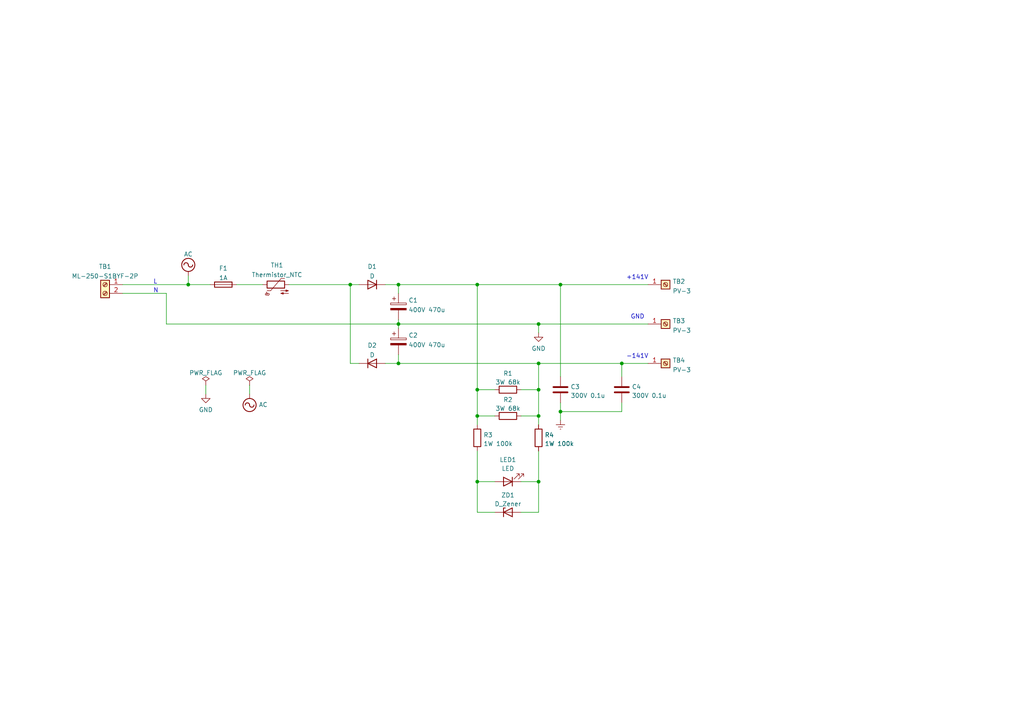
<source format=kicad_sch>
(kicad_sch (version 20211123) (generator eeschema)

  (uuid e300709f-6c72-488d-a598-efcbd6d3af54)

  (paper "A4")

  (title_block
    (title "High Voltage Power Supply Unit")
    (date "2022-12-04")
    (rev "V1.00")
  )

  (lib_symbols
    (symbol "Connector:Screw_Terminal_01x01" (pin_names (offset 1.016) hide) (in_bom yes) (on_board yes)
      (property "Reference" "J" (id 0) (at 0 2.54 0)
        (effects (font (size 1.27 1.27)))
      )
      (property "Value" "Screw_Terminal_01x01" (id 1) (at 0 -2.54 0)
        (effects (font (size 1.27 1.27)))
      )
      (property "Footprint" "" (id 2) (at 0 0 0)
        (effects (font (size 1.27 1.27)) hide)
      )
      (property "Datasheet" "~" (id 3) (at 0 0 0)
        (effects (font (size 1.27 1.27)) hide)
      )
      (property "ki_keywords" "screw terminal" (id 4) (at 0 0 0)
        (effects (font (size 1.27 1.27)) hide)
      )
      (property "ki_description" "Generic screw terminal, single row, 01x01, script generated (kicad-library-utils/schlib/autogen/connector/)" (id 5) (at 0 0 0)
        (effects (font (size 1.27 1.27)) hide)
      )
      (property "ki_fp_filters" "TerminalBlock*:*" (id 6) (at 0 0 0)
        (effects (font (size 1.27 1.27)) hide)
      )
      (symbol "Screw_Terminal_01x01_1_1"
        (rectangle (start -1.27 1.27) (end 1.27 -1.27)
          (stroke (width 0.254) (type default) (color 0 0 0 0))
          (fill (type background))
        )
        (polyline
          (pts
            (xy -0.5334 0.3302)
            (xy 0.3302 -0.508)
          )
          (stroke (width 0.1524) (type default) (color 0 0 0 0))
          (fill (type none))
        )
        (polyline
          (pts
            (xy -0.3556 0.508)
            (xy 0.508 -0.3302)
          )
          (stroke (width 0.1524) (type default) (color 0 0 0 0))
          (fill (type none))
        )
        (circle (center 0 0) (radius 0.635)
          (stroke (width 0.1524) (type default) (color 0 0 0 0))
          (fill (type none))
        )
        (pin passive line (at -5.08 0 0) (length 3.81)
          (name "Pin_1" (effects (font (size 1.27 1.27))))
          (number "1" (effects (font (size 1.27 1.27))))
        )
      )
    )
    (symbol "Connector:Screw_Terminal_01x02" (pin_names (offset 1.016) hide) (in_bom yes) (on_board yes)
      (property "Reference" "J" (id 0) (at 0 2.54 0)
        (effects (font (size 1.27 1.27)))
      )
      (property "Value" "Screw_Terminal_01x02" (id 1) (at 0 -5.08 0)
        (effects (font (size 1.27 1.27)))
      )
      (property "Footprint" "" (id 2) (at 0 0 0)
        (effects (font (size 1.27 1.27)) hide)
      )
      (property "Datasheet" "~" (id 3) (at 0 0 0)
        (effects (font (size 1.27 1.27)) hide)
      )
      (property "ki_keywords" "screw terminal" (id 4) (at 0 0 0)
        (effects (font (size 1.27 1.27)) hide)
      )
      (property "ki_description" "Generic screw terminal, single row, 01x02, script generated (kicad-library-utils/schlib/autogen/connector/)" (id 5) (at 0 0 0)
        (effects (font (size 1.27 1.27)) hide)
      )
      (property "ki_fp_filters" "TerminalBlock*:*" (id 6) (at 0 0 0)
        (effects (font (size 1.27 1.27)) hide)
      )
      (symbol "Screw_Terminal_01x02_1_1"
        (rectangle (start -1.27 1.27) (end 1.27 -3.81)
          (stroke (width 0.254) (type default) (color 0 0 0 0))
          (fill (type background))
        )
        (circle (center 0 -2.54) (radius 0.635)
          (stroke (width 0.1524) (type default) (color 0 0 0 0))
          (fill (type none))
        )
        (polyline
          (pts
            (xy -0.5334 -2.2098)
            (xy 0.3302 -3.048)
          )
          (stroke (width 0.1524) (type default) (color 0 0 0 0))
          (fill (type none))
        )
        (polyline
          (pts
            (xy -0.5334 0.3302)
            (xy 0.3302 -0.508)
          )
          (stroke (width 0.1524) (type default) (color 0 0 0 0))
          (fill (type none))
        )
        (polyline
          (pts
            (xy -0.3556 -2.032)
            (xy 0.508 -2.8702)
          )
          (stroke (width 0.1524) (type default) (color 0 0 0 0))
          (fill (type none))
        )
        (polyline
          (pts
            (xy -0.3556 0.508)
            (xy 0.508 -0.3302)
          )
          (stroke (width 0.1524) (type default) (color 0 0 0 0))
          (fill (type none))
        )
        (circle (center 0 0) (radius 0.635)
          (stroke (width 0.1524) (type default) (color 0 0 0 0))
          (fill (type none))
        )
        (pin passive line (at -5.08 0 0) (length 3.81)
          (name "Pin_1" (effects (font (size 1.27 1.27))))
          (number "1" (effects (font (size 1.27 1.27))))
        )
        (pin passive line (at -5.08 -2.54 0) (length 3.81)
          (name "Pin_2" (effects (font (size 1.27 1.27))))
          (number "2" (effects (font (size 1.27 1.27))))
        )
      )
    )
    (symbol "Device:C" (pin_numbers hide) (pin_names (offset 0.254)) (in_bom yes) (on_board yes)
      (property "Reference" "C" (id 0) (at 0.635 2.54 0)
        (effects (font (size 1.27 1.27)) (justify left))
      )
      (property "Value" "C" (id 1) (at 0.635 -2.54 0)
        (effects (font (size 1.27 1.27)) (justify left))
      )
      (property "Footprint" "" (id 2) (at 0.9652 -3.81 0)
        (effects (font (size 1.27 1.27)) hide)
      )
      (property "Datasheet" "~" (id 3) (at 0 0 0)
        (effects (font (size 1.27 1.27)) hide)
      )
      (property "ki_keywords" "cap capacitor" (id 4) (at 0 0 0)
        (effects (font (size 1.27 1.27)) hide)
      )
      (property "ki_description" "Unpolarized capacitor" (id 5) (at 0 0 0)
        (effects (font (size 1.27 1.27)) hide)
      )
      (property "ki_fp_filters" "C_*" (id 6) (at 0 0 0)
        (effects (font (size 1.27 1.27)) hide)
      )
      (symbol "C_0_1"
        (polyline
          (pts
            (xy -2.032 -0.762)
            (xy 2.032 -0.762)
          )
          (stroke (width 0.508) (type default) (color 0 0 0 0))
          (fill (type none))
        )
        (polyline
          (pts
            (xy -2.032 0.762)
            (xy 2.032 0.762)
          )
          (stroke (width 0.508) (type default) (color 0 0 0 0))
          (fill (type none))
        )
      )
      (symbol "C_1_1"
        (pin passive line (at 0 3.81 270) (length 2.794)
          (name "~" (effects (font (size 1.27 1.27))))
          (number "1" (effects (font (size 1.27 1.27))))
        )
        (pin passive line (at 0 -3.81 90) (length 2.794)
          (name "~" (effects (font (size 1.27 1.27))))
          (number "2" (effects (font (size 1.27 1.27))))
        )
      )
    )
    (symbol "Device:C_Polarized" (pin_numbers hide) (pin_names (offset 0.254)) (in_bom yes) (on_board yes)
      (property "Reference" "C" (id 0) (at 0.635 2.54 0)
        (effects (font (size 1.27 1.27)) (justify left))
      )
      (property "Value" "C_Polarized" (id 1) (at 0.635 -2.54 0)
        (effects (font (size 1.27 1.27)) (justify left))
      )
      (property "Footprint" "" (id 2) (at 0.9652 -3.81 0)
        (effects (font (size 1.27 1.27)) hide)
      )
      (property "Datasheet" "~" (id 3) (at 0 0 0)
        (effects (font (size 1.27 1.27)) hide)
      )
      (property "ki_keywords" "cap capacitor" (id 4) (at 0 0 0)
        (effects (font (size 1.27 1.27)) hide)
      )
      (property "ki_description" "Polarized capacitor" (id 5) (at 0 0 0)
        (effects (font (size 1.27 1.27)) hide)
      )
      (property "ki_fp_filters" "CP_*" (id 6) (at 0 0 0)
        (effects (font (size 1.27 1.27)) hide)
      )
      (symbol "C_Polarized_0_1"
        (rectangle (start -2.286 0.508) (end 2.286 1.016)
          (stroke (width 0) (type default) (color 0 0 0 0))
          (fill (type none))
        )
        (polyline
          (pts
            (xy -1.778 2.286)
            (xy -0.762 2.286)
          )
          (stroke (width 0) (type default) (color 0 0 0 0))
          (fill (type none))
        )
        (polyline
          (pts
            (xy -1.27 2.794)
            (xy -1.27 1.778)
          )
          (stroke (width 0) (type default) (color 0 0 0 0))
          (fill (type none))
        )
        (rectangle (start 2.286 -0.508) (end -2.286 -1.016)
          (stroke (width 0) (type default) (color 0 0 0 0))
          (fill (type outline))
        )
      )
      (symbol "C_Polarized_1_1"
        (pin passive line (at 0 3.81 270) (length 2.794)
          (name "~" (effects (font (size 1.27 1.27))))
          (number "1" (effects (font (size 1.27 1.27))))
        )
        (pin passive line (at 0 -3.81 90) (length 2.794)
          (name "~" (effects (font (size 1.27 1.27))))
          (number "2" (effects (font (size 1.27 1.27))))
        )
      )
    )
    (symbol "Device:D" (pin_numbers hide) (pin_names (offset 1.016) hide) (in_bom yes) (on_board yes)
      (property "Reference" "D" (id 0) (at 0 2.54 0)
        (effects (font (size 1.27 1.27)))
      )
      (property "Value" "D" (id 1) (at 0 -2.54 0)
        (effects (font (size 1.27 1.27)))
      )
      (property "Footprint" "" (id 2) (at 0 0 0)
        (effects (font (size 1.27 1.27)) hide)
      )
      (property "Datasheet" "~" (id 3) (at 0 0 0)
        (effects (font (size 1.27 1.27)) hide)
      )
      (property "ki_keywords" "diode" (id 4) (at 0 0 0)
        (effects (font (size 1.27 1.27)) hide)
      )
      (property "ki_description" "Diode" (id 5) (at 0 0 0)
        (effects (font (size 1.27 1.27)) hide)
      )
      (property "ki_fp_filters" "TO-???* *_Diode_* *SingleDiode* D_*" (id 6) (at 0 0 0)
        (effects (font (size 1.27 1.27)) hide)
      )
      (symbol "D_0_1"
        (polyline
          (pts
            (xy -1.27 1.27)
            (xy -1.27 -1.27)
          )
          (stroke (width 0.254) (type default) (color 0 0 0 0))
          (fill (type none))
        )
        (polyline
          (pts
            (xy 1.27 0)
            (xy -1.27 0)
          )
          (stroke (width 0) (type default) (color 0 0 0 0))
          (fill (type none))
        )
        (polyline
          (pts
            (xy 1.27 1.27)
            (xy 1.27 -1.27)
            (xy -1.27 0)
            (xy 1.27 1.27)
          )
          (stroke (width 0.254) (type default) (color 0 0 0 0))
          (fill (type none))
        )
      )
      (symbol "D_1_1"
        (pin passive line (at -3.81 0 0) (length 2.54)
          (name "K" (effects (font (size 1.27 1.27))))
          (number "1" (effects (font (size 1.27 1.27))))
        )
        (pin passive line (at 3.81 0 180) (length 2.54)
          (name "A" (effects (font (size 1.27 1.27))))
          (number "2" (effects (font (size 1.27 1.27))))
        )
      )
    )
    (symbol "Device:D_Zener" (pin_numbers hide) (pin_names (offset 1.016) hide) (in_bom yes) (on_board yes)
      (property "Reference" "D" (id 0) (at 0 2.54 0)
        (effects (font (size 1.27 1.27)))
      )
      (property "Value" "D_Zener" (id 1) (at 0 -2.54 0)
        (effects (font (size 1.27 1.27)))
      )
      (property "Footprint" "" (id 2) (at 0 0 0)
        (effects (font (size 1.27 1.27)) hide)
      )
      (property "Datasheet" "~" (id 3) (at 0 0 0)
        (effects (font (size 1.27 1.27)) hide)
      )
      (property "ki_keywords" "diode" (id 4) (at 0 0 0)
        (effects (font (size 1.27 1.27)) hide)
      )
      (property "ki_description" "Zener diode" (id 5) (at 0 0 0)
        (effects (font (size 1.27 1.27)) hide)
      )
      (property "ki_fp_filters" "TO-???* *_Diode_* *SingleDiode* D_*" (id 6) (at 0 0 0)
        (effects (font (size 1.27 1.27)) hide)
      )
      (symbol "D_Zener_0_1"
        (polyline
          (pts
            (xy 1.27 0)
            (xy -1.27 0)
          )
          (stroke (width 0) (type default) (color 0 0 0 0))
          (fill (type none))
        )
        (polyline
          (pts
            (xy -1.27 -1.27)
            (xy -1.27 1.27)
            (xy -0.762 1.27)
          )
          (stroke (width 0.254) (type default) (color 0 0 0 0))
          (fill (type none))
        )
        (polyline
          (pts
            (xy 1.27 -1.27)
            (xy 1.27 1.27)
            (xy -1.27 0)
            (xy 1.27 -1.27)
          )
          (stroke (width 0.254) (type default) (color 0 0 0 0))
          (fill (type none))
        )
      )
      (symbol "D_Zener_1_1"
        (pin passive line (at -3.81 0 0) (length 2.54)
          (name "K" (effects (font (size 1.27 1.27))))
          (number "1" (effects (font (size 1.27 1.27))))
        )
        (pin passive line (at 3.81 0 180) (length 2.54)
          (name "A" (effects (font (size 1.27 1.27))))
          (number "2" (effects (font (size 1.27 1.27))))
        )
      )
    )
    (symbol "Device:Fuse" (pin_numbers hide) (pin_names (offset 0)) (in_bom yes) (on_board yes)
      (property "Reference" "F" (id 0) (at 2.032 0 90)
        (effects (font (size 1.27 1.27)))
      )
      (property "Value" "Fuse" (id 1) (at -1.905 0 90)
        (effects (font (size 1.27 1.27)))
      )
      (property "Footprint" "" (id 2) (at -1.778 0 90)
        (effects (font (size 1.27 1.27)) hide)
      )
      (property "Datasheet" "~" (id 3) (at 0 0 0)
        (effects (font (size 1.27 1.27)) hide)
      )
      (property "ki_keywords" "fuse" (id 4) (at 0 0 0)
        (effects (font (size 1.27 1.27)) hide)
      )
      (property "ki_description" "Fuse" (id 5) (at 0 0 0)
        (effects (font (size 1.27 1.27)) hide)
      )
      (property "ki_fp_filters" "*Fuse*" (id 6) (at 0 0 0)
        (effects (font (size 1.27 1.27)) hide)
      )
      (symbol "Fuse_0_1"
        (rectangle (start -0.762 -2.54) (end 0.762 2.54)
          (stroke (width 0.254) (type default) (color 0 0 0 0))
          (fill (type none))
        )
        (polyline
          (pts
            (xy 0 2.54)
            (xy 0 -2.54)
          )
          (stroke (width 0) (type default) (color 0 0 0 0))
          (fill (type none))
        )
      )
      (symbol "Fuse_1_1"
        (pin passive line (at 0 3.81 270) (length 1.27)
          (name "~" (effects (font (size 1.27 1.27))))
          (number "1" (effects (font (size 1.27 1.27))))
        )
        (pin passive line (at 0 -3.81 90) (length 1.27)
          (name "~" (effects (font (size 1.27 1.27))))
          (number "2" (effects (font (size 1.27 1.27))))
        )
      )
    )
    (symbol "Device:LED" (pin_numbers hide) (pin_names (offset 1.016) hide) (in_bom yes) (on_board yes)
      (property "Reference" "D" (id 0) (at 0 2.54 0)
        (effects (font (size 1.27 1.27)))
      )
      (property "Value" "LED" (id 1) (at 0 -2.54 0)
        (effects (font (size 1.27 1.27)))
      )
      (property "Footprint" "" (id 2) (at 0 0 0)
        (effects (font (size 1.27 1.27)) hide)
      )
      (property "Datasheet" "~" (id 3) (at 0 0 0)
        (effects (font (size 1.27 1.27)) hide)
      )
      (property "ki_keywords" "LED diode" (id 4) (at 0 0 0)
        (effects (font (size 1.27 1.27)) hide)
      )
      (property "ki_description" "Light emitting diode" (id 5) (at 0 0 0)
        (effects (font (size 1.27 1.27)) hide)
      )
      (property "ki_fp_filters" "LED* LED_SMD:* LED_THT:*" (id 6) (at 0 0 0)
        (effects (font (size 1.27 1.27)) hide)
      )
      (symbol "LED_0_1"
        (polyline
          (pts
            (xy -1.27 -1.27)
            (xy -1.27 1.27)
          )
          (stroke (width 0.254) (type default) (color 0 0 0 0))
          (fill (type none))
        )
        (polyline
          (pts
            (xy -1.27 0)
            (xy 1.27 0)
          )
          (stroke (width 0) (type default) (color 0 0 0 0))
          (fill (type none))
        )
        (polyline
          (pts
            (xy 1.27 -1.27)
            (xy 1.27 1.27)
            (xy -1.27 0)
            (xy 1.27 -1.27)
          )
          (stroke (width 0.254) (type default) (color 0 0 0 0))
          (fill (type none))
        )
        (polyline
          (pts
            (xy -3.048 -0.762)
            (xy -4.572 -2.286)
            (xy -3.81 -2.286)
            (xy -4.572 -2.286)
            (xy -4.572 -1.524)
          )
          (stroke (width 0) (type default) (color 0 0 0 0))
          (fill (type none))
        )
        (polyline
          (pts
            (xy -1.778 -0.762)
            (xy -3.302 -2.286)
            (xy -2.54 -2.286)
            (xy -3.302 -2.286)
            (xy -3.302 -1.524)
          )
          (stroke (width 0) (type default) (color 0 0 0 0))
          (fill (type none))
        )
      )
      (symbol "LED_1_1"
        (pin passive line (at -3.81 0 0) (length 2.54)
          (name "K" (effects (font (size 1.27 1.27))))
          (number "1" (effects (font (size 1.27 1.27))))
        )
        (pin passive line (at 3.81 0 180) (length 2.54)
          (name "A" (effects (font (size 1.27 1.27))))
          (number "2" (effects (font (size 1.27 1.27))))
        )
      )
    )
    (symbol "Device:R" (pin_numbers hide) (pin_names (offset 0)) (in_bom yes) (on_board yes)
      (property "Reference" "R" (id 0) (at 2.032 0 90)
        (effects (font (size 1.27 1.27)))
      )
      (property "Value" "R" (id 1) (at 0 0 90)
        (effects (font (size 1.27 1.27)))
      )
      (property "Footprint" "" (id 2) (at -1.778 0 90)
        (effects (font (size 1.27 1.27)) hide)
      )
      (property "Datasheet" "~" (id 3) (at 0 0 0)
        (effects (font (size 1.27 1.27)) hide)
      )
      (property "ki_keywords" "R res resistor" (id 4) (at 0 0 0)
        (effects (font (size 1.27 1.27)) hide)
      )
      (property "ki_description" "Resistor" (id 5) (at 0 0 0)
        (effects (font (size 1.27 1.27)) hide)
      )
      (property "ki_fp_filters" "R_*" (id 6) (at 0 0 0)
        (effects (font (size 1.27 1.27)) hide)
      )
      (symbol "R_0_1"
        (rectangle (start -1.016 -2.54) (end 1.016 2.54)
          (stroke (width 0.254) (type default) (color 0 0 0 0))
          (fill (type none))
        )
      )
      (symbol "R_1_1"
        (pin passive line (at 0 3.81 270) (length 1.27)
          (name "~" (effects (font (size 1.27 1.27))))
          (number "1" (effects (font (size 1.27 1.27))))
        )
        (pin passive line (at 0 -3.81 90) (length 1.27)
          (name "~" (effects (font (size 1.27 1.27))))
          (number "2" (effects (font (size 1.27 1.27))))
        )
      )
    )
    (symbol "Device:Thermistor_NTC" (pin_numbers hide) (pin_names (offset 0)) (in_bom yes) (on_board yes)
      (property "Reference" "TH" (id 0) (at -4.445 0 90)
        (effects (font (size 1.27 1.27)))
      )
      (property "Value" "Thermistor_NTC" (id 1) (at 3.175 0 90)
        (effects (font (size 1.27 1.27)))
      )
      (property "Footprint" "" (id 2) (at 0 1.27 0)
        (effects (font (size 1.27 1.27)) hide)
      )
      (property "Datasheet" "~" (id 3) (at 0 1.27 0)
        (effects (font (size 1.27 1.27)) hide)
      )
      (property "ki_keywords" "thermistor NTC resistor sensor RTD" (id 4) (at 0 0 0)
        (effects (font (size 1.27 1.27)) hide)
      )
      (property "ki_description" "Temperature dependent resistor, negative temperature coefficient" (id 5) (at 0 0 0)
        (effects (font (size 1.27 1.27)) hide)
      )
      (property "ki_fp_filters" "*NTC* *Thermistor* PIN?ARRAY* bornier* *Terminal?Block* R_*" (id 6) (at 0 0 0)
        (effects (font (size 1.27 1.27)) hide)
      )
      (symbol "Thermistor_NTC_0_1"
        (arc (start -3.048 2.159) (mid -3.0505 2.3165) (end -3.175 2.413)
          (stroke (width 0) (type default) (color 0 0 0 0))
          (fill (type none))
        )
        (arc (start -3.048 2.159) (mid -2.9736 1.9794) (end -2.794 1.905)
          (stroke (width 0) (type default) (color 0 0 0 0))
          (fill (type none))
        )
        (arc (start -3.048 2.794) (mid -2.9736 2.6144) (end -2.794 2.54)
          (stroke (width 0) (type default) (color 0 0 0 0))
          (fill (type none))
        )
        (arc (start -2.794 1.905) (mid -2.6144 1.9794) (end -2.54 2.159)
          (stroke (width 0) (type default) (color 0 0 0 0))
          (fill (type none))
        )
        (arc (start -2.794 2.54) (mid -2.434 2.5608) (end -2.159 2.794)
          (stroke (width 0) (type default) (color 0 0 0 0))
          (fill (type none))
        )
        (arc (start -2.794 3.048) (mid -2.9736 2.9736) (end -3.048 2.794)
          (stroke (width 0) (type default) (color 0 0 0 0))
          (fill (type none))
        )
        (arc (start -2.54 2.794) (mid -2.6144 2.9736) (end -2.794 3.048)
          (stroke (width 0) (type default) (color 0 0 0 0))
          (fill (type none))
        )
        (rectangle (start -1.016 2.54) (end 1.016 -2.54)
          (stroke (width 0.254) (type default) (color 0 0 0 0))
          (fill (type none))
        )
        (polyline
          (pts
            (xy -2.54 2.159)
            (xy -2.54 2.794)
          )
          (stroke (width 0) (type default) (color 0 0 0 0))
          (fill (type none))
        )
        (polyline
          (pts
            (xy -1.778 2.54)
            (xy -1.778 1.524)
            (xy 1.778 -1.524)
            (xy 1.778 -2.54)
          )
          (stroke (width 0) (type default) (color 0 0 0 0))
          (fill (type none))
        )
        (polyline
          (pts
            (xy -2.54 -3.683)
            (xy -2.54 -1.397)
            (xy -2.794 -2.159)
            (xy -2.286 -2.159)
            (xy -2.54 -1.397)
            (xy -2.54 -1.651)
          )
          (stroke (width 0) (type default) (color 0 0 0 0))
          (fill (type outline))
        )
        (polyline
          (pts
            (xy -1.778 -1.397)
            (xy -1.778 -3.683)
            (xy -2.032 -2.921)
            (xy -1.524 -2.921)
            (xy -1.778 -3.683)
            (xy -1.778 -3.429)
          )
          (stroke (width 0) (type default) (color 0 0 0 0))
          (fill (type outline))
        )
      )
      (symbol "Thermistor_NTC_1_1"
        (pin passive line (at 0 3.81 270) (length 1.27)
          (name "~" (effects (font (size 1.27 1.27))))
          (number "1" (effects (font (size 1.27 1.27))))
        )
        (pin passive line (at 0 -3.81 90) (length 1.27)
          (name "~" (effects (font (size 1.27 1.27))))
          (number "2" (effects (font (size 1.27 1.27))))
        )
      )
    )
    (symbol "power:AC" (power) (pin_names (offset 0)) (in_bom yes) (on_board yes)
      (property "Reference" "#PWR" (id 0) (at 0 -2.54 0)
        (effects (font (size 1.27 1.27)) hide)
      )
      (property "Value" "AC" (id 1) (at 0 6.35 0)
        (effects (font (size 1.27 1.27)))
      )
      (property "Footprint" "" (id 2) (at 0 0 0)
        (effects (font (size 1.27 1.27)) hide)
      )
      (property "Datasheet" "" (id 3) (at 0 0 0)
        (effects (font (size 1.27 1.27)) hide)
      )
      (property "ki_keywords" "power-flag" (id 4) (at 0 0 0)
        (effects (font (size 1.27 1.27)) hide)
      )
      (property "ki_description" "Power symbol creates a global label with name \"AC\"" (id 5) (at 0 0 0)
        (effects (font (size 1.27 1.27)) hide)
      )
      (symbol "AC_0_1"
        (polyline
          (pts
            (xy 0 0)
            (xy 0 1.27)
          )
          (stroke (width 0) (type default) (color 0 0 0 0))
          (fill (type none))
        )
        (arc (start 0 3.175) (mid -0.635 3.81) (end -1.27 3.175)
          (stroke (width 0.254) (type default) (color 0 0 0 0))
          (fill (type none))
        )
        (arc (start 0 3.175) (mid 0.635 2.54) (end 1.27 3.175)
          (stroke (width 0.254) (type default) (color 0 0 0 0))
          (fill (type none))
        )
        (circle (center 0 3.175) (radius 1.905)
          (stroke (width 0.254) (type default) (color 0 0 0 0))
          (fill (type none))
        )
      )
      (symbol "AC_1_1"
        (pin power_in line (at 0 0 90) (length 0) hide
          (name "AC" (effects (font (size 1.27 1.27))))
          (number "1" (effects (font (size 1.27 1.27))))
        )
      )
    )
    (symbol "power:Earth" (power) (pin_names (offset 0)) (in_bom yes) (on_board yes)
      (property "Reference" "#PWR" (id 0) (at 0 -6.35 0)
        (effects (font (size 1.27 1.27)) hide)
      )
      (property "Value" "Earth" (id 1) (at 0 -3.81 0)
        (effects (font (size 1.27 1.27)) hide)
      )
      (property "Footprint" "" (id 2) (at 0 0 0)
        (effects (font (size 1.27 1.27)) hide)
      )
      (property "Datasheet" "~" (id 3) (at 0 0 0)
        (effects (font (size 1.27 1.27)) hide)
      )
      (property "ki_keywords" "power-flag ground gnd" (id 4) (at 0 0 0)
        (effects (font (size 1.27 1.27)) hide)
      )
      (property "ki_description" "Power symbol creates a global label with name \"Earth\"" (id 5) (at 0 0 0)
        (effects (font (size 1.27 1.27)) hide)
      )
      (symbol "Earth_0_1"
        (polyline
          (pts
            (xy -0.635 -1.905)
            (xy 0.635 -1.905)
          )
          (stroke (width 0) (type default) (color 0 0 0 0))
          (fill (type none))
        )
        (polyline
          (pts
            (xy -0.127 -2.54)
            (xy 0.127 -2.54)
          )
          (stroke (width 0) (type default) (color 0 0 0 0))
          (fill (type none))
        )
        (polyline
          (pts
            (xy 0 -1.27)
            (xy 0 0)
          )
          (stroke (width 0) (type default) (color 0 0 0 0))
          (fill (type none))
        )
        (polyline
          (pts
            (xy 1.27 -1.27)
            (xy -1.27 -1.27)
          )
          (stroke (width 0) (type default) (color 0 0 0 0))
          (fill (type none))
        )
      )
      (symbol "Earth_1_1"
        (pin power_in line (at 0 0 270) (length 0) hide
          (name "Earth" (effects (font (size 1.27 1.27))))
          (number "1" (effects (font (size 1.27 1.27))))
        )
      )
    )
    (symbol "power:GND" (power) (pin_names (offset 0)) (in_bom yes) (on_board yes)
      (property "Reference" "#PWR" (id 0) (at 0 -6.35 0)
        (effects (font (size 1.27 1.27)) hide)
      )
      (property "Value" "GND" (id 1) (at 0 -3.81 0)
        (effects (font (size 1.27 1.27)))
      )
      (property "Footprint" "" (id 2) (at 0 0 0)
        (effects (font (size 1.27 1.27)) hide)
      )
      (property "Datasheet" "" (id 3) (at 0 0 0)
        (effects (font (size 1.27 1.27)) hide)
      )
      (property "ki_keywords" "power-flag" (id 4) (at 0 0 0)
        (effects (font (size 1.27 1.27)) hide)
      )
      (property "ki_description" "Power symbol creates a global label with name \"GND\" , ground" (id 5) (at 0 0 0)
        (effects (font (size 1.27 1.27)) hide)
      )
      (symbol "GND_0_1"
        (polyline
          (pts
            (xy 0 0)
            (xy 0 -1.27)
            (xy 1.27 -1.27)
            (xy 0 -2.54)
            (xy -1.27 -1.27)
            (xy 0 -1.27)
          )
          (stroke (width 0) (type default) (color 0 0 0 0))
          (fill (type none))
        )
      )
      (symbol "GND_1_1"
        (pin power_in line (at 0 0 270) (length 0) hide
          (name "GND" (effects (font (size 1.27 1.27))))
          (number "1" (effects (font (size 1.27 1.27))))
        )
      )
    )
    (symbol "power:PWR_FLAG" (power) (pin_numbers hide) (pin_names (offset 0) hide) (in_bom yes) (on_board yes)
      (property "Reference" "#FLG" (id 0) (at 0 1.905 0)
        (effects (font (size 1.27 1.27)) hide)
      )
      (property "Value" "PWR_FLAG" (id 1) (at 0 3.81 0)
        (effects (font (size 1.27 1.27)))
      )
      (property "Footprint" "" (id 2) (at 0 0 0)
        (effects (font (size 1.27 1.27)) hide)
      )
      (property "Datasheet" "~" (id 3) (at 0 0 0)
        (effects (font (size 1.27 1.27)) hide)
      )
      (property "ki_keywords" "power-flag" (id 4) (at 0 0 0)
        (effects (font (size 1.27 1.27)) hide)
      )
      (property "ki_description" "Special symbol for telling ERC where power comes from" (id 5) (at 0 0 0)
        (effects (font (size 1.27 1.27)) hide)
      )
      (symbol "PWR_FLAG_0_0"
        (pin power_out line (at 0 0 90) (length 0)
          (name "pwr" (effects (font (size 1.27 1.27))))
          (number "1" (effects (font (size 1.27 1.27))))
        )
      )
      (symbol "PWR_FLAG_0_1"
        (polyline
          (pts
            (xy 0 0)
            (xy 0 1.27)
            (xy -1.016 1.905)
            (xy 0 2.54)
            (xy 1.016 1.905)
            (xy 0 1.27)
          )
          (stroke (width 0) (type default) (color 0 0 0 0))
          (fill (type none))
        )
      )
    )
  )

  (junction (at 115.57 105.41) (diameter 0) (color 0 0 0 0)
    (uuid 117d3393-0b52-4a01-8c3c-1acdc2118b42)
  )
  (junction (at 138.43 120.65) (diameter 0) (color 0 0 0 0)
    (uuid 16a4c86b-0530-4b7c-96cd-fa439cd67984)
  )
  (junction (at 162.56 119.38) (diameter 0) (color 0 0 0 0)
    (uuid 2c331fed-1ab5-4074-9400-2baceba6670b)
  )
  (junction (at 180.34 105.41) (diameter 0) (color 0 0 0 0)
    (uuid 4ace30e5-7120-4fe3-b5d7-9a209bfdfabd)
  )
  (junction (at 156.21 93.98) (diameter 0) (color 0 0 0 0)
    (uuid 60597188-2f6d-4e8a-a7b9-d7227efa9c73)
  )
  (junction (at 162.56 82.55) (diameter 0) (color 0 0 0 0)
    (uuid 8fa382cd-74b2-4f84-b4de-a8e993a9a1d7)
  )
  (junction (at 54.61 82.55) (diameter 0) (color 0 0 0 0)
    (uuid a764b788-dc47-4b08-872c-20f033c2e7e6)
  )
  (junction (at 115.57 93.98) (diameter 0) (color 0 0 0 0)
    (uuid b889da17-1b1a-4419-89b7-bfd13f5c6dc5)
  )
  (junction (at 156.21 113.03) (diameter 0) (color 0 0 0 0)
    (uuid cb1c3ede-f73b-4fe2-9dd3-1526720b3a85)
  )
  (junction (at 138.43 82.55) (diameter 0) (color 0 0 0 0)
    (uuid cea706ef-4929-40fa-998e-63be660a4da9)
  )
  (junction (at 156.21 105.41) (diameter 0) (color 0 0 0 0)
    (uuid d498a891-8dbe-4cfb-bf57-6727b57036a9)
  )
  (junction (at 156.21 139.7) (diameter 0) (color 0 0 0 0)
    (uuid ddaa9066-9d53-4fa8-9f72-4996f733bbda)
  )
  (junction (at 156.21 120.65) (diameter 0) (color 0 0 0 0)
    (uuid e27ce25b-719f-44c4-b819-7ca74436ae56)
  )
  (junction (at 115.57 82.55) (diameter 0) (color 0 0 0 0)
    (uuid e33f0f71-bdb9-4e6a-b21f-5364c78ba2af)
  )
  (junction (at 138.43 113.03) (diameter 0) (color 0 0 0 0)
    (uuid f6e05bb5-952f-4df8-a5fd-d4f7e6daff8c)
  )
  (junction (at 138.43 139.7) (diameter 0) (color 0 0 0 0)
    (uuid f9fd83a9-3161-47a5-98a9-05439a5e4ec9)
  )
  (junction (at 101.6 82.55) (diameter 0) (color 0 0 0 0)
    (uuid ffd84cc7-61df-47f4-95f9-dd1c7387bd97)
  )

  (wire (pts (xy 138.43 130.81) (xy 138.43 139.7))
    (stroke (width 0) (type default) (color 0 0 0 0))
    (uuid 084d1ec2-e066-4a96-ae92-b2ef7eccf723)
  )
  (wire (pts (xy 115.57 82.55) (xy 115.57 85.09))
    (stroke (width 0) (type default) (color 0 0 0 0))
    (uuid 0aa71223-da49-4e1b-82bf-9667f591e808)
  )
  (wire (pts (xy 138.43 82.55) (xy 138.43 113.03))
    (stroke (width 0) (type default) (color 0 0 0 0))
    (uuid 1170986b-ced2-477b-abba-da056546bdc4)
  )
  (wire (pts (xy 48.26 93.98) (xy 115.57 93.98))
    (stroke (width 0) (type default) (color 0 0 0 0))
    (uuid 126eacbe-14a7-4cb6-9019-263f935275e4)
  )
  (wire (pts (xy 101.6 82.55) (xy 101.6 105.41))
    (stroke (width 0) (type default) (color 0 0 0 0))
    (uuid 13fcb649-13df-4043-8183-2561cabf2a63)
  )
  (wire (pts (xy 101.6 82.55) (xy 104.14 82.55))
    (stroke (width 0) (type default) (color 0 0 0 0))
    (uuid 17fcbfe4-f3a6-4e4e-82fe-262869292ee0)
  )
  (wire (pts (xy 115.57 93.98) (xy 115.57 95.25))
    (stroke (width 0) (type default) (color 0 0 0 0))
    (uuid 1bda0077-48a5-4723-a285-dcc8877443ed)
  )
  (wire (pts (xy 180.34 119.38) (xy 162.56 119.38))
    (stroke (width 0) (type default) (color 0 0 0 0))
    (uuid 2ae5c8c9-98b3-40ee-bfed-5e7c45433090)
  )
  (wire (pts (xy 104.14 105.41) (xy 101.6 105.41))
    (stroke (width 0) (type default) (color 0 0 0 0))
    (uuid 2f6e6fe6-ab74-4562-bb4a-f82faddc4443)
  )
  (wire (pts (xy 115.57 82.55) (xy 138.43 82.55))
    (stroke (width 0) (type default) (color 0 0 0 0))
    (uuid 343a04c9-1c15-437e-8e7d-bd94391dd101)
  )
  (wire (pts (xy 151.13 120.65) (xy 156.21 120.65))
    (stroke (width 0) (type default) (color 0 0 0 0))
    (uuid 38260d8a-c600-4895-b424-6007878410d9)
  )
  (wire (pts (xy 156.21 148.59) (xy 156.21 139.7))
    (stroke (width 0) (type default) (color 0 0 0 0))
    (uuid 3913b615-1b9c-4e71-a3ad-4ef811e17614)
  )
  (wire (pts (xy 54.61 82.55) (xy 60.96 82.55))
    (stroke (width 0) (type default) (color 0 0 0 0))
    (uuid 398e85c6-86e8-4b85-a87c-b14c7ef00e39)
  )
  (wire (pts (xy 35.56 85.09) (xy 48.26 85.09))
    (stroke (width 0) (type default) (color 0 0 0 0))
    (uuid 3adc626d-a687-428f-b55a-f8bc82949c2c)
  )
  (wire (pts (xy 115.57 105.41) (xy 156.21 105.41))
    (stroke (width 0) (type default) (color 0 0 0 0))
    (uuid 3ee7513e-3b45-43f4-9d19-502683720711)
  )
  (wire (pts (xy 138.43 120.65) (xy 138.43 123.19))
    (stroke (width 0) (type default) (color 0 0 0 0))
    (uuid 4679c93e-7997-4e32-ad05-442995d47e45)
  )
  (wire (pts (xy 115.57 102.87) (xy 115.57 105.41))
    (stroke (width 0) (type default) (color 0 0 0 0))
    (uuid 46bc9d01-e453-4543-98e2-5e48cf6e2828)
  )
  (wire (pts (xy 68.58 82.55) (xy 76.2 82.55))
    (stroke (width 0) (type default) (color 0 0 0 0))
    (uuid 495bcaba-89cc-47f4-984d-a4b3f24a8642)
  )
  (wire (pts (xy 143.51 113.03) (xy 138.43 113.03))
    (stroke (width 0) (type default) (color 0 0 0 0))
    (uuid 4adf4279-e4b8-48f3-b520-8bdabd680cea)
  )
  (wire (pts (xy 162.56 116.84) (xy 162.56 119.38))
    (stroke (width 0) (type default) (color 0 0 0 0))
    (uuid 4f67ee13-d82f-4042-9185-08dbb68f5420)
  )
  (wire (pts (xy 162.56 119.38) (xy 162.56 121.92))
    (stroke (width 0) (type default) (color 0 0 0 0))
    (uuid 52814a04-435d-4060-98f5-8ae91f55261d)
  )
  (wire (pts (xy 35.56 82.55) (xy 54.61 82.55))
    (stroke (width 0) (type default) (color 0 0 0 0))
    (uuid 57923d0e-1223-472e-9c19-0b3cca0254d1)
  )
  (wire (pts (xy 138.43 113.03) (xy 138.43 120.65))
    (stroke (width 0) (type default) (color 0 0 0 0))
    (uuid 57b7a268-d35b-4b01-bb50-023d6aef6545)
  )
  (wire (pts (xy 115.57 92.71) (xy 115.57 93.98))
    (stroke (width 0) (type default) (color 0 0 0 0))
    (uuid 59b0a1bf-f219-477c-9a3c-0e6391ffa270)
  )
  (wire (pts (xy 143.51 148.59) (xy 138.43 148.59))
    (stroke (width 0) (type default) (color 0 0 0 0))
    (uuid 5e54fb4c-0728-488f-b955-66f3491de4ae)
  )
  (wire (pts (xy 151.13 148.59) (xy 156.21 148.59))
    (stroke (width 0) (type default) (color 0 0 0 0))
    (uuid 66341be7-a8a4-4b4c-9339-a165a6c27217)
  )
  (wire (pts (xy 156.21 139.7) (xy 156.21 130.81))
    (stroke (width 0) (type default) (color 0 0 0 0))
    (uuid 68574e91-6c89-4970-aa7e-aa864b0e1528)
  )
  (wire (pts (xy 156.21 93.98) (xy 187.96 93.98))
    (stroke (width 0) (type default) (color 0 0 0 0))
    (uuid 69bdb583-daad-4288-a5c3-920e750f3418)
  )
  (wire (pts (xy 156.21 105.41) (xy 180.34 105.41))
    (stroke (width 0) (type default) (color 0 0 0 0))
    (uuid 73e17fde-69f1-47ab-8742-38c2f52296d4)
  )
  (wire (pts (xy 115.57 93.98) (xy 156.21 93.98))
    (stroke (width 0) (type default) (color 0 0 0 0))
    (uuid 768a208b-c2d1-44f4-a5d3-a956af6cef9c)
  )
  (wire (pts (xy 162.56 82.55) (xy 187.96 82.55))
    (stroke (width 0) (type default) (color 0 0 0 0))
    (uuid 770f6ac8-6e70-4109-bf00-224c47ad2a16)
  )
  (wire (pts (xy 83.82 82.55) (xy 101.6 82.55))
    (stroke (width 0) (type default) (color 0 0 0 0))
    (uuid 7add3766-9625-4f15-a200-3e995b22074a)
  )
  (wire (pts (xy 151.13 113.03) (xy 156.21 113.03))
    (stroke (width 0) (type default) (color 0 0 0 0))
    (uuid 7f563938-8ecf-4376-b100-652af2eb32c8)
  )
  (wire (pts (xy 180.34 105.41) (xy 180.34 109.22))
    (stroke (width 0) (type default) (color 0 0 0 0))
    (uuid 91a2b41c-082d-4239-9a46-e1aae6f4e589)
  )
  (wire (pts (xy 156.21 93.98) (xy 156.21 96.52))
    (stroke (width 0) (type default) (color 0 0 0 0))
    (uuid aca325f2-8c20-4dbb-bdde-39ae02d5919b)
  )
  (wire (pts (xy 138.43 148.59) (xy 138.43 139.7))
    (stroke (width 0) (type default) (color 0 0 0 0))
    (uuid ae6578f2-b375-43dd-94ec-bdcd316d37a0)
  )
  (wire (pts (xy 156.21 113.03) (xy 156.21 120.65))
    (stroke (width 0) (type default) (color 0 0 0 0))
    (uuid b03a67b4-5180-47d1-bdbf-6a62468f461a)
  )
  (wire (pts (xy 151.13 139.7) (xy 156.21 139.7))
    (stroke (width 0) (type default) (color 0 0 0 0))
    (uuid b12cb011-893c-4c9b-b090-be46617f3677)
  )
  (wire (pts (xy 180.34 105.41) (xy 187.96 105.41))
    (stroke (width 0) (type default) (color 0 0 0 0))
    (uuid c0221850-e520-44f5-a917-466b89826443)
  )
  (wire (pts (xy 48.26 85.09) (xy 48.26 93.98))
    (stroke (width 0) (type default) (color 0 0 0 0))
    (uuid c04d2e1c-4e0c-4ce6-b9cd-6cb8f166803f)
  )
  (wire (pts (xy 59.69 111.76) (xy 59.69 114.3))
    (stroke (width 0) (type default) (color 0 0 0 0))
    (uuid c5c9da19-ce5b-491a-8897-ce71a24dc411)
  )
  (wire (pts (xy 156.21 120.65) (xy 156.21 123.19))
    (stroke (width 0) (type default) (color 0 0 0 0))
    (uuid c8715fde-5d7a-4941-b792-9c8bd48e3de8)
  )
  (wire (pts (xy 162.56 109.22) (xy 162.56 82.55))
    (stroke (width 0) (type default) (color 0 0 0 0))
    (uuid cca36254-66f9-496c-904e-75e341e8c4a5)
  )
  (wire (pts (xy 54.61 80.01) (xy 54.61 82.55))
    (stroke (width 0) (type default) (color 0 0 0 0))
    (uuid cf4e5ab0-6d9e-4fbe-adc8-f82297bb0e25)
  )
  (wire (pts (xy 72.39 111.76) (xy 72.39 114.3))
    (stroke (width 0) (type default) (color 0 0 0 0))
    (uuid d6097744-d9c1-4d16-b1f3-3ba19b57b893)
  )
  (wire (pts (xy 138.43 139.7) (xy 143.51 139.7))
    (stroke (width 0) (type default) (color 0 0 0 0))
    (uuid d7afcb03-1f13-495f-af2b-1c9f592df65d)
  )
  (wire (pts (xy 115.57 105.41) (xy 111.76 105.41))
    (stroke (width 0) (type default) (color 0 0 0 0))
    (uuid d7cde04a-9e5b-436d-8990-5a5173bc48d0)
  )
  (wire (pts (xy 180.34 116.84) (xy 180.34 119.38))
    (stroke (width 0) (type default) (color 0 0 0 0))
    (uuid ddc292b4-d3ae-4e1a-bc00-e9a93886d05e)
  )
  (wire (pts (xy 138.43 82.55) (xy 162.56 82.55))
    (stroke (width 0) (type default) (color 0 0 0 0))
    (uuid f3481973-58fa-4208-bd76-343934b4757f)
  )
  (wire (pts (xy 111.76 82.55) (xy 115.57 82.55))
    (stroke (width 0) (type default) (color 0 0 0 0))
    (uuid f755b5e1-7161-44e3-8c7a-8e912788a09e)
  )
  (wire (pts (xy 156.21 105.41) (xy 156.21 113.03))
    (stroke (width 0) (type default) (color 0 0 0 0))
    (uuid f7d1ab42-86db-414e-9103-45dde3527e26)
  )
  (wire (pts (xy 138.43 120.65) (xy 143.51 120.65))
    (stroke (width 0) (type default) (color 0 0 0 0))
    (uuid fe306d66-8481-400d-9fbb-0ac3f166fc07)
  )

  (text "GND" (at 182.88 92.71 0)
    (effects (font (size 1.27 1.27)) (justify left bottom))
    (uuid 43acfa52-78a0-4fa8-b1e6-168a84711030)
  )
  (text "+141V" (at 181.61 81.28 0)
    (effects (font (size 1.27 1.27)) (justify left bottom))
    (uuid 592fc504-34a4-4266-a61b-51e837cb1d28)
  )
  (text "-141V" (at 181.61 104.14 0)
    (effects (font (size 1.27 1.27)) (justify left bottom))
    (uuid 906b09dd-a0a2-4466-9077-dd7185b80be6)
  )
  (text "N" (at 44.45 85.09 0)
    (effects (font (size 1.27 1.27)) (justify left bottom))
    (uuid a85d8639-e218-4c9d-8a32-deef132ee260)
  )
  (text "L" (at 44.45 82.55 0)
    (effects (font (size 1.27 1.27)) (justify left bottom))
    (uuid bcd0c859-a664-4da2-9e6b-aad592372343)
  )

  (symbol (lib_id "Device:R") (at 147.32 113.03 90) (unit 1)
    (in_bom yes) (on_board yes) (fields_autoplaced)
    (uuid 150664aa-b804-4b8b-a5c7-0da79b749f30)
    (property "Reference" "R1" (id 0) (at 147.32 108.3142 90))
    (property "Value" "3W 68k" (id 1) (at 147.32 110.8511 90))
    (property "Footprint" "Resistor_THT:R_Axial_DIN0617_L17.0mm_D6.0mm_P20.32mm_Horizontal" (id 2) (at 147.32 114.808 90)
      (effects (font (size 1.27 1.27)) hide)
    )
    (property "Datasheet" "~" (id 3) (at 147.32 113.03 0)
      (effects (font (size 1.27 1.27)) hide)
    )
    (pin "1" (uuid 9b412ab3-aa01-4a58-9722-2ce76b655516))
    (pin "2" (uuid c38c96b4-cddd-43b3-b023-077d55b52e9c))
  )

  (symbol (lib_id "Device:LED") (at 147.32 139.7 180) (unit 1)
    (in_bom yes) (on_board yes)
    (uuid 1e39d9b2-4955-413e-9d41-6cc269ee636e)
    (property "Reference" "LED1" (id 0) (at 147.32 133.35 0))
    (property "Value" "LED" (id 1) (at 147.32 135.89 0))
    (property "Footprint" "LED_THT:LED_D3.0mm_Clear" (id 2) (at 147.32 139.7 0)
      (effects (font (size 1.27 1.27)) hide)
    )
    (property "Datasheet" "~" (id 3) (at 147.32 139.7 0)
      (effects (font (size 1.27 1.27)) hide)
    )
    (pin "1" (uuid ead386fd-92c9-441e-b9b4-0b31d699aee7))
    (pin "2" (uuid a2765ca9-bf37-461b-a126-cb59e431c40c))
  )

  (symbol (lib_id "power:PWR_FLAG") (at 59.69 111.76 0) (unit 1)
    (in_bom yes) (on_board yes) (fields_autoplaced)
    (uuid 26990a12-1707-4549-8b23-a8e2d1696fab)
    (property "Reference" "#FLG0101" (id 0) (at 59.69 109.855 0)
      (effects (font (size 1.27 1.27)) hide)
    )
    (property "Value" "PWR_FLAG" (id 1) (at 59.69 108.1555 0))
    (property "Footprint" "" (id 2) (at 59.69 111.76 0)
      (effects (font (size 1.27 1.27)) hide)
    )
    (property "Datasheet" "~" (id 3) (at 59.69 111.76 0)
      (effects (font (size 1.27 1.27)) hide)
    )
    (pin "1" (uuid 229b1714-9e03-4981-85d7-63439ca6e048))
  )

  (symbol (lib_id "Device:C") (at 180.34 113.03 0) (unit 1)
    (in_bom yes) (on_board yes) (fields_autoplaced)
    (uuid 2c94c03b-3d46-4a52-bb6f-3b5b220ea9f3)
    (property "Reference" "C4" (id 0) (at 183.261 112.1953 0)
      (effects (font (size 1.27 1.27)) (justify left))
    )
    (property "Value" "300V 0.1u" (id 1) (at 183.261 114.7322 0)
      (effects (font (size 1.27 1.27)) (justify left))
    )
    (property "Footprint" "Capacitor_THT:C_Disc_D7.5mm_W4.4mm_P5.00mm" (id 2) (at 181.3052 116.84 0)
      (effects (font (size 1.27 1.27)) hide)
    )
    (property "Datasheet" "~" (id 3) (at 180.34 113.03 0)
      (effects (font (size 1.27 1.27)) hide)
    )
    (pin "1" (uuid 2cc50cec-ca40-42c6-96b0-fe87e9ed1ead))
    (pin "2" (uuid 0bb80c4c-d370-4c1d-b2dd-35ec71a0b63b))
  )

  (symbol (lib_id "power:Earth") (at 162.56 121.92 0) (unit 1)
    (in_bom yes) (on_board yes) (fields_autoplaced)
    (uuid 4533d832-41f8-46b2-a680-9947b3492dfd)
    (property "Reference" "#PWR01" (id 0) (at 162.56 128.27 0)
      (effects (font (size 1.27 1.27)) hide)
    )
    (property "Value" "Earth" (id 1) (at 162.56 125.73 0)
      (effects (font (size 1.27 1.27)) hide)
    )
    (property "Footprint" "" (id 2) (at 162.56 121.92 0)
      (effects (font (size 1.27 1.27)) hide)
    )
    (property "Datasheet" "~" (id 3) (at 162.56 121.92 0)
      (effects (font (size 1.27 1.27)) hide)
    )
    (pin "1" (uuid dfef588d-684e-4b5b-be82-a79f3161f223))
  )

  (symbol (lib_id "Device:Fuse") (at 64.77 82.55 90) (unit 1)
    (in_bom yes) (on_board yes) (fields_autoplaced)
    (uuid 5c5eaa92-cce1-4c12-a008-9dfd9b3268d6)
    (property "Reference" "F1" (id 0) (at 64.77 77.8215 90))
    (property "Value" "1A" (id 1) (at 64.77 80.5966 90))
    (property "Footprint" "Fuse:F-200-N" (id 2) (at 64.77 84.328 90)
      (effects (font (size 1.27 1.27)) hide)
    )
    (property "Datasheet" "~" (id 3) (at 64.77 82.55 0)
      (effects (font (size 1.27 1.27)) hide)
    )
    (pin "1" (uuid 06238c72-f351-48ec-8a71-67d629a9b0b4))
    (pin "2" (uuid 518bc6cb-8998-45f3-9ca5-d6ef52682784))
  )

  (symbol (lib_id "power:GND") (at 156.21 96.52 0) (unit 1)
    (in_bom yes) (on_board yes) (fields_autoplaced)
    (uuid 5c8d162c-0cd7-41ee-b213-4490463ae58c)
    (property "Reference" "#PWR0101" (id 0) (at 156.21 102.87 0)
      (effects (font (size 1.27 1.27)) hide)
    )
    (property "Value" "GND" (id 1) (at 156.21 101.0825 0))
    (property "Footprint" "" (id 2) (at 156.21 96.52 0)
      (effects (font (size 1.27 1.27)) hide)
    )
    (property "Datasheet" "" (id 3) (at 156.21 96.52 0)
      (effects (font (size 1.27 1.27)) hide)
    )
    (pin "1" (uuid 479cf277-6b34-43dd-a8cb-d0e46d7c9532))
  )

  (symbol (lib_id "Device:Thermistor_NTC") (at 80.01 82.55 90) (unit 1)
    (in_bom yes) (on_board yes) (fields_autoplaced)
    (uuid 63cf8372-04f3-4fa2-93fa-c157c52c5f3d)
    (property "Reference" "TH1" (id 0) (at 80.3275 76.9325 90))
    (property "Value" "Thermistor_NTC" (id 1) (at 80.3275 79.7076 90))
    (property "Footprint" "Capacitor_THT:C_Rect_L10.0mm_W3.0mm_P7.50mm_MKS4" (id 2) (at 78.74 82.55 0)
      (effects (font (size 1.27 1.27)) hide)
    )
    (property "Datasheet" "~" (id 3) (at 78.74 82.55 0)
      (effects (font (size 1.27 1.27)) hide)
    )
    (pin "1" (uuid cb6a62ca-7706-40f0-83e9-4ef4ec892b5e))
    (pin "2" (uuid 693c5c29-ffc2-44ce-923c-b64986862c5d))
  )

  (symbol (lib_id "Device:R") (at 138.43 127 0) (unit 1)
    (in_bom yes) (on_board yes) (fields_autoplaced)
    (uuid 6e23cf77-7465-45b5-b40d-d46710427bff)
    (property "Reference" "R3" (id 0) (at 140.208 126.1653 0)
      (effects (font (size 1.27 1.27)) (justify left))
    )
    (property "Value" "1W 100k" (id 1) (at 140.208 128.7022 0)
      (effects (font (size 1.27 1.27)) (justify left))
    )
    (property "Footprint" "Resistor_THT:R_Axial_DIN0309_L9.0mm_D3.2mm_P5.08mm_Vertical" (id 2) (at 136.652 127 90)
      (effects (font (size 1.27 1.27)) hide)
    )
    (property "Datasheet" "~" (id 3) (at 138.43 127 0)
      (effects (font (size 1.27 1.27)) hide)
    )
    (pin "1" (uuid d8519b9d-4752-4b9d-915d-07a7b4cce86e))
    (pin "2" (uuid 8824b902-7744-48ff-86ad-26bb52a9596a))
  )

  (symbol (lib_id "Device:D") (at 107.95 105.41 0) (unit 1)
    (in_bom yes) (on_board yes) (fields_autoplaced)
    (uuid 713fc843-a690-471d-a9c2-2e591a290d62)
    (property "Reference" "D2" (id 0) (at 107.95 100.1735 0))
    (property "Value" "D" (id 1) (at 107.95 102.9486 0))
    (property "Footprint" "Package_TO_SOT_THT:TO-220-2_Vertical" (id 2) (at 107.95 105.41 0)
      (effects (font (size 1.27 1.27)) hide)
    )
    (property "Datasheet" "~" (id 3) (at 107.95 105.41 0)
      (effects (font (size 1.27 1.27)) hide)
    )
    (pin "1" (uuid c9532555-341b-4274-a938-c79cb9713d82))
    (pin "2" (uuid 5740ec83-2af5-4472-af4f-a1355b502a2a))
  )

  (symbol (lib_id "Device:D") (at 107.95 82.55 180) (unit 1)
    (in_bom yes) (on_board yes) (fields_autoplaced)
    (uuid 727fe13a-31cb-4cd6-9f2a-3ac7da09e08c)
    (property "Reference" "D1" (id 0) (at 107.95 77.3135 0))
    (property "Value" "D" (id 1) (at 107.95 80.0886 0))
    (property "Footprint" "Package_TO_SOT_THT:TO-220-2_Vertical" (id 2) (at 107.95 82.55 0)
      (effects (font (size 1.27 1.27)) hide)
    )
    (property "Datasheet" "~" (id 3) (at 107.95 82.55 0)
      (effects (font (size 1.27 1.27)) hide)
    )
    (pin "1" (uuid f3872237-4921-402b-a18e-97396e674265))
    (pin "2" (uuid b6e7b49e-a884-4bfe-84e2-d86566bbcd8d))
  )

  (symbol (lib_id "Device:R") (at 147.32 120.65 90) (unit 1)
    (in_bom yes) (on_board yes) (fields_autoplaced)
    (uuid 730f6f15-a079-47f5-a5c3-52ae86fe3a88)
    (property "Reference" "R2" (id 0) (at 147.32 115.9342 90))
    (property "Value" "3W 68k" (id 1) (at 147.32 118.4711 90))
    (property "Footprint" "Resistor_THT:R_Axial_DIN0617_L17.0mm_D6.0mm_P20.32mm_Horizontal" (id 2) (at 147.32 122.428 90)
      (effects (font (size 1.27 1.27)) hide)
    )
    (property "Datasheet" "~" (id 3) (at 147.32 120.65 0)
      (effects (font (size 1.27 1.27)) hide)
    )
    (pin "1" (uuid e85e8356-5171-4cb6-a88d-b9c4a02bd80f))
    (pin "2" (uuid 29a34eb7-a2a4-4739-a229-34058a8044f9))
  )

  (symbol (lib_id "power:AC") (at 72.39 114.3 180) (unit 1)
    (in_bom yes) (on_board yes) (fields_autoplaced)
    (uuid 739e52a1-79d0-41bf-8356-3d08c578ce42)
    (property "Reference" "#PWR0103" (id 0) (at 72.39 111.76 0)
      (effects (font (size 1.27 1.27)) hide)
    )
    (property "Value" "AC" (id 1) (at 75.057 117.3825 0)
      (effects (font (size 1.27 1.27)) (justify right))
    )
    (property "Footprint" "" (id 2) (at 72.39 114.3 0)
      (effects (font (size 1.27 1.27)) hide)
    )
    (property "Datasheet" "" (id 3) (at 72.39 114.3 0)
      (effects (font (size 1.27 1.27)) hide)
    )
    (pin "1" (uuid 3fb0f1fb-c52d-4072-a357-dd995c71747c))
  )

  (symbol (lib_id "Connector:Screw_Terminal_01x01") (at 193.04 105.41 0) (unit 1)
    (in_bom yes) (on_board yes) (fields_autoplaced)
    (uuid 92bc6cd9-47b8-4508-a632-ddb1ad875cef)
    (property "Reference" "TB4" (id 0) (at 195.072 104.5015 0)
      (effects (font (size 1.27 1.27)) (justify left))
    )
    (property "Value" "PV-3" (id 1) (at 195.072 107.2766 0)
      (effects (font (size 1.27 1.27)) (justify left))
    )
    (property "Footprint" "TerminalBlock:PV-3" (id 2) (at 193.04 105.41 0)
      (effects (font (size 1.27 1.27)) hide)
    )
    (property "Datasheet" "~" (id 3) (at 193.04 105.41 0)
      (effects (font (size 1.27 1.27)) hide)
    )
    (pin "1" (uuid 8a97264b-70bb-4f74-9347-b455bbb749d6))
  )

  (symbol (lib_id "power:GND") (at 59.69 114.3 0) (unit 1)
    (in_bom yes) (on_board yes) (fields_autoplaced)
    (uuid 9d981884-1e18-4f86-98d6-08e350bd31a5)
    (property "Reference" "#PWR0102" (id 0) (at 59.69 120.65 0)
      (effects (font (size 1.27 1.27)) hide)
    )
    (property "Value" "GND" (id 1) (at 59.69 118.8625 0))
    (property "Footprint" "" (id 2) (at 59.69 114.3 0)
      (effects (font (size 1.27 1.27)) hide)
    )
    (property "Datasheet" "" (id 3) (at 59.69 114.3 0)
      (effects (font (size 1.27 1.27)) hide)
    )
    (pin "1" (uuid 746210ae-1fec-4b78-9c74-c3357f6ad275))
  )

  (symbol (lib_id "Device:D_Zener") (at 147.32 148.59 0) (unit 1)
    (in_bom yes) (on_board yes) (fields_autoplaced)
    (uuid 9fd1038e-a02e-41f8-819a-46c90ee4e360)
    (property "Reference" "ZD1" (id 0) (at 147.32 143.6202 0))
    (property "Value" "D_Zener" (id 1) (at 147.32 146.1571 0))
    (property "Footprint" "Diode_THT:D_DO-34_SOD68_P7.62mm_Horizontal" (id 2) (at 147.32 148.59 0)
      (effects (font (size 1.27 1.27)) hide)
    )
    (property "Datasheet" "~" (id 3) (at 147.32 148.59 0)
      (effects (font (size 1.27 1.27)) hide)
    )
    (pin "1" (uuid f5d6814d-ef84-4d1b-9e4f-bc5813f0f73c))
    (pin "2" (uuid 72daf1ca-4fa0-4ebb-b47d-7d72633bcc72))
  )

  (symbol (lib_id "Connector:Screw_Terminal_01x01") (at 193.04 93.98 0) (unit 1)
    (in_bom yes) (on_board yes) (fields_autoplaced)
    (uuid a1070b5c-73e7-4ead-b026-57b809c6ebb5)
    (property "Reference" "TB3" (id 0) (at 195.072 93.0715 0)
      (effects (font (size 1.27 1.27)) (justify left))
    )
    (property "Value" "PV-3" (id 1) (at 195.072 95.8466 0)
      (effects (font (size 1.27 1.27)) (justify left))
    )
    (property "Footprint" "TerminalBlock:PV-3" (id 2) (at 193.04 93.98 0)
      (effects (font (size 1.27 1.27)) hide)
    )
    (property "Datasheet" "~" (id 3) (at 193.04 93.98 0)
      (effects (font (size 1.27 1.27)) hide)
    )
    (pin "1" (uuid 21bd7853-e15d-4222-8158-4c68271e9e6c))
  )

  (symbol (lib_id "power:PWR_FLAG") (at 72.39 111.76 0) (unit 1)
    (in_bom yes) (on_board yes) (fields_autoplaced)
    (uuid aef41246-92b5-4ced-9035-382c7d2839bd)
    (property "Reference" "#FLG0102" (id 0) (at 72.39 109.855 0)
      (effects (font (size 1.27 1.27)) hide)
    )
    (property "Value" "PWR_FLAG" (id 1) (at 72.39 108.1555 0))
    (property "Footprint" "" (id 2) (at 72.39 111.76 0)
      (effects (font (size 1.27 1.27)) hide)
    )
    (property "Datasheet" "~" (id 3) (at 72.39 111.76 0)
      (effects (font (size 1.27 1.27)) hide)
    )
    (pin "1" (uuid 0cc7a5dd-353c-45e6-8b2b-dcea4c20ef4a))
  )

  (symbol (lib_id "Device:C_Polarized") (at 115.57 99.06 0) (unit 1)
    (in_bom yes) (on_board yes) (fields_autoplaced)
    (uuid b2baf8f3-7d99-45ba-b7d1-b3dab4282c1c)
    (property "Reference" "C2" (id 0) (at 118.491 97.2625 0)
      (effects (font (size 1.27 1.27)) (justify left))
    )
    (property "Value" "400V 470u" (id 1) (at 118.491 100.0376 0)
      (effects (font (size 1.27 1.27)) (justify left))
    )
    (property "Footprint" "Capacitor_THT:CP_Radial_D30.0mm_P10.00mm_SnapIn" (id 2) (at 116.5352 102.87 0)
      (effects (font (size 1.27 1.27)) hide)
    )
    (property "Datasheet" "~" (id 3) (at 115.57 99.06 0)
      (effects (font (size 1.27 1.27)) hide)
    )
    (property "Description" "400MXG470MEFCSN30X45" (id 4) (at 115.57 99.06 0)
      (effects (font (size 1.27 1.27)) hide)
    )
    (pin "1" (uuid 3eb7348b-0bd1-415b-8cb5-112b1857b2bb))
    (pin "2" (uuid b679d692-d7d8-4edd-a12c-d73920be6b2f))
  )

  (symbol (lib_id "Device:C_Polarized") (at 115.57 88.9 0) (unit 1)
    (in_bom yes) (on_board yes) (fields_autoplaced)
    (uuid c29ab87a-2462-475a-ab5e-47b34d1c00e5)
    (property "Reference" "C1" (id 0) (at 118.491 87.1025 0)
      (effects (font (size 1.27 1.27)) (justify left))
    )
    (property "Value" "400V 470u" (id 1) (at 118.491 89.8776 0)
      (effects (font (size 1.27 1.27)) (justify left))
    )
    (property "Footprint" "Capacitor_THT:CP_Radial_D30.0mm_P10.00mm_SnapIn" (id 2) (at 116.5352 92.71 0)
      (effects (font (size 1.27 1.27)) hide)
    )
    (property "Datasheet" "~" (id 3) (at 115.57 88.9 0)
      (effects (font (size 1.27 1.27)) hide)
    )
    (property "Description" "400MXG470MEFCSN30X45" (id 4) (at 115.57 88.9 0)
      (effects (font (size 1.27 1.27)) hide)
    )
    (pin "1" (uuid c6441faf-07ae-44fa-97b3-d712ef80dc35))
    (pin "2" (uuid 01d39db2-9982-421b-8bac-6fbc51eb2ad2))
  )

  (symbol (lib_id "Device:R") (at 156.21 127 0) (unit 1)
    (in_bom yes) (on_board yes) (fields_autoplaced)
    (uuid c5974091-52af-4e82-a746-cfd345484b1c)
    (property "Reference" "R4" (id 0) (at 157.988 126.1653 0)
      (effects (font (size 1.27 1.27)) (justify left))
    )
    (property "Value" "1W 100k" (id 1) (at 157.988 128.7022 0)
      (effects (font (size 1.27 1.27)) (justify left))
    )
    (property "Footprint" "Resistor_THT:R_Axial_DIN0309_L9.0mm_D3.2mm_P5.08mm_Vertical" (id 2) (at 154.432 127 90)
      (effects (font (size 1.27 1.27)) hide)
    )
    (property "Datasheet" "~" (id 3) (at 156.21 127 0)
      (effects (font (size 1.27 1.27)) hide)
    )
    (pin "1" (uuid 99060a55-1cb6-403b-a98a-39bc8f230df7))
    (pin "2" (uuid 55f443cc-2ebf-4441-8d84-92fcf025f0b5))
  )

  (symbol (lib_id "power:AC") (at 54.61 80.01 0) (unit 1)
    (in_bom yes) (on_board yes) (fields_autoplaced)
    (uuid cd69e463-937d-4e97-b313-a6ea670e11ec)
    (property "Reference" "#PWR0104" (id 0) (at 54.61 82.55 0)
      (effects (font (size 1.27 1.27)) hide)
    )
    (property "Value" "AC" (id 1) (at 54.61 73.7385 0))
    (property "Footprint" "" (id 2) (at 54.61 80.01 0)
      (effects (font (size 1.27 1.27)) hide)
    )
    (property "Datasheet" "" (id 3) (at 54.61 80.01 0)
      (effects (font (size 1.27 1.27)) hide)
    )
    (pin "1" (uuid 817212cd-6934-43d4-9f25-2c5c704362b0))
  )

  (symbol (lib_id "Connector:Screw_Terminal_01x01") (at 193.04 82.55 0) (unit 1)
    (in_bom yes) (on_board yes) (fields_autoplaced)
    (uuid d0724803-e928-42b6-a400-47bb6ce52934)
    (property "Reference" "TB2" (id 0) (at 195.072 81.6415 0)
      (effects (font (size 1.27 1.27)) (justify left))
    )
    (property "Value" "PV-3" (id 1) (at 195.072 84.4166 0)
      (effects (font (size 1.27 1.27)) (justify left))
    )
    (property "Footprint" "TerminalBlock:PV-3" (id 2) (at 193.04 82.55 0)
      (effects (font (size 1.27 1.27)) hide)
    )
    (property "Datasheet" "~" (id 3) (at 193.04 82.55 0)
      (effects (font (size 1.27 1.27)) hide)
    )
    (pin "1" (uuid ae687227-1b8d-471b-a40e-d900e22d272c))
  )

  (symbol (lib_id "Device:C") (at 162.56 113.03 0) (unit 1)
    (in_bom yes) (on_board yes) (fields_autoplaced)
    (uuid ec065f8b-fa77-4d9b-a22c-c882f8c9cd9e)
    (property "Reference" "C3" (id 0) (at 165.481 112.1953 0)
      (effects (font (size 1.27 1.27)) (justify left))
    )
    (property "Value" "300V 0.1u" (id 1) (at 165.481 114.7322 0)
      (effects (font (size 1.27 1.27)) (justify left))
    )
    (property "Footprint" "Capacitor_THT:C_Disc_D7.5mm_W4.4mm_P5.00mm" (id 2) (at 163.5252 116.84 0)
      (effects (font (size 1.27 1.27)) hide)
    )
    (property "Datasheet" "~" (id 3) (at 162.56 113.03 0)
      (effects (font (size 1.27 1.27)) hide)
    )
    (pin "1" (uuid 6e37d346-bc60-4345-a597-939181771ccb))
    (pin "2" (uuid 7f218ca3-66ee-47e1-97c4-485040bad904))
  )

  (symbol (lib_id "Connector:Screw_Terminal_01x02") (at 30.48 82.55 0) (mirror y) (unit 1)
    (in_bom yes) (on_board yes) (fields_autoplaced)
    (uuid fb0b1440-18be-4b5f-b469-b4cfaf66fc53)
    (property "Reference" "TB1" (id 0) (at 30.48 77.3135 0))
    (property "Value" "ML-250-S1BYF-2P" (id 1) (at 30.48 80.0886 0))
    (property "Footprint" "TerminalBlock:ML-250-S1BYF-2P" (id 2) (at 30.48 82.55 0)
      (effects (font (size 1.27 1.27)) hide)
    )
    (property "Datasheet" "~" (id 3) (at 30.48 82.55 0)
      (effects (font (size 1.27 1.27)) hide)
    )
    (pin "1" (uuid 363189af-2faa-46a4-b025-5a779d801f2e))
    (pin "2" (uuid f934a442-23d6-4e5b-908f-bb9199ad6f8b))
  )

  (sheet_instances
    (path "/" (page "1"))
  )

  (symbol_instances
    (path "/26990a12-1707-4549-8b23-a8e2d1696fab"
      (reference "#FLG0101") (unit 1) (value "PWR_FLAG") (footprint "")
    )
    (path "/aef41246-92b5-4ced-9035-382c7d2839bd"
      (reference "#FLG0102") (unit 1) (value "PWR_FLAG") (footprint "")
    )
    (path "/4533d832-41f8-46b2-a680-9947b3492dfd"
      (reference "#PWR01") (unit 1) (value "Earth") (footprint "")
    )
    (path "/5c8d162c-0cd7-41ee-b213-4490463ae58c"
      (reference "#PWR0101") (unit 1) (value "GND") (footprint "")
    )
    (path "/9d981884-1e18-4f86-98d6-08e350bd31a5"
      (reference "#PWR0102") (unit 1) (value "GND") (footprint "")
    )
    (path "/739e52a1-79d0-41bf-8356-3d08c578ce42"
      (reference "#PWR0103") (unit 1) (value "AC") (footprint "")
    )
    (path "/cd69e463-937d-4e97-b313-a6ea670e11ec"
      (reference "#PWR0104") (unit 1) (value "AC") (footprint "")
    )
    (path "/c29ab87a-2462-475a-ab5e-47b34d1c00e5"
      (reference "C1") (unit 1) (value "400V 470u") (footprint "Capacitor_THT:CP_Radial_D30.0mm_P10.00mm_SnapIn")
    )
    (path "/b2baf8f3-7d99-45ba-b7d1-b3dab4282c1c"
      (reference "C2") (unit 1) (value "400V 470u") (footprint "Capacitor_THT:CP_Radial_D30.0mm_P10.00mm_SnapIn")
    )
    (path "/ec065f8b-fa77-4d9b-a22c-c882f8c9cd9e"
      (reference "C3") (unit 1) (value "300V 0.1u") (footprint "Capacitor_THT:C_Disc_D7.5mm_W4.4mm_P5.00mm")
    )
    (path "/2c94c03b-3d46-4a52-bb6f-3b5b220ea9f3"
      (reference "C4") (unit 1) (value "300V 0.1u") (footprint "Capacitor_THT:C_Disc_D7.5mm_W4.4mm_P5.00mm")
    )
    (path "/727fe13a-31cb-4cd6-9f2a-3ac7da09e08c"
      (reference "D1") (unit 1) (value "D") (footprint "Package_TO_SOT_THT:TO-220-2_Vertical")
    )
    (path "/713fc843-a690-471d-a9c2-2e591a290d62"
      (reference "D2") (unit 1) (value "D") (footprint "Package_TO_SOT_THT:TO-220-2_Vertical")
    )
    (path "/5c5eaa92-cce1-4c12-a008-9dfd9b3268d6"
      (reference "F1") (unit 1) (value "1A") (footprint "Fuse:F-200-N")
    )
    (path "/1e39d9b2-4955-413e-9d41-6cc269ee636e"
      (reference "LED1") (unit 1) (value "LED") (footprint "LED_THT:LED_D3.0mm_Clear")
    )
    (path "/150664aa-b804-4b8b-a5c7-0da79b749f30"
      (reference "R1") (unit 1) (value "3W 68k") (footprint "Resistor_THT:R_Axial_DIN0617_L17.0mm_D6.0mm_P20.32mm_Horizontal")
    )
    (path "/730f6f15-a079-47f5-a5c3-52ae86fe3a88"
      (reference "R2") (unit 1) (value "3W 68k") (footprint "Resistor_THT:R_Axial_DIN0617_L17.0mm_D6.0mm_P20.32mm_Horizontal")
    )
    (path "/6e23cf77-7465-45b5-b40d-d46710427bff"
      (reference "R3") (unit 1) (value "1W 100k") (footprint "Resistor_THT:R_Axial_DIN0309_L9.0mm_D3.2mm_P5.08mm_Vertical")
    )
    (path "/c5974091-52af-4e82-a746-cfd345484b1c"
      (reference "R4") (unit 1) (value "1W 100k") (footprint "Resistor_THT:R_Axial_DIN0309_L9.0mm_D3.2mm_P5.08mm_Vertical")
    )
    (path "/fb0b1440-18be-4b5f-b469-b4cfaf66fc53"
      (reference "TB1") (unit 1) (value "ML-250-S1BYF-2P") (footprint "TerminalBlock:ML-250-S1BYF-2P")
    )
    (path "/d0724803-e928-42b6-a400-47bb6ce52934"
      (reference "TB2") (unit 1) (value "PV-3") (footprint "TerminalBlock:PV-3")
    )
    (path "/a1070b5c-73e7-4ead-b026-57b809c6ebb5"
      (reference "TB3") (unit 1) (value "PV-3") (footprint "TerminalBlock:PV-3")
    )
    (path "/92bc6cd9-47b8-4508-a632-ddb1ad875cef"
      (reference "TB4") (unit 1) (value "PV-3") (footprint "TerminalBlock:PV-3")
    )
    (path "/63cf8372-04f3-4fa2-93fa-c157c52c5f3d"
      (reference "TH1") (unit 1) (value "Thermistor_NTC") (footprint "Capacitor_THT:C_Rect_L10.0mm_W3.0mm_P7.50mm_MKS4")
    )
    (path "/9fd1038e-a02e-41f8-819a-46c90ee4e360"
      (reference "ZD1") (unit 1) (value "D_Zener") (footprint "Diode_THT:D_DO-34_SOD68_P7.62mm_Horizontal")
    )
  )
)

</source>
